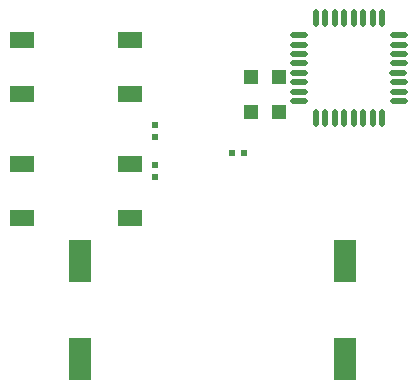
<source format=gtp>
G04*
G04 #@! TF.GenerationSoftware,Altium Limited,Altium Designer,20.0.13 (296)*
G04*
G04 Layer_Color=8421504*
%FSLAX24Y24*%
%MOIN*%
G70*
G01*
G75*
%ADD10R,0.0750X0.1420*%
%ADD11R,0.0236X0.0236*%
%ADD12R,0.0827X0.0551*%
%ADD13R,0.0236X0.0236*%
%ADD14R,0.0472X0.0472*%
%ADD15O,0.0591X0.0217*%
%ADD16O,0.0217X0.0591*%
D10*
X31535Y11790D02*
D03*
Y15060D02*
D03*
X40394Y11790D02*
D03*
Y15060D02*
D03*
D11*
X34055Y19606D02*
D03*
Y19213D02*
D03*
Y17874D02*
D03*
Y18268D02*
D03*
D12*
X29626Y22421D02*
D03*
X33209D02*
D03*
X29626Y20650D02*
D03*
X33209D02*
D03*
Y16516D02*
D03*
X29626D02*
D03*
X33209Y18287D02*
D03*
X29626D02*
D03*
D13*
X37008Y18661D02*
D03*
X36614D02*
D03*
D14*
X37244Y21220D02*
D03*
Y20039D02*
D03*
X38189D02*
D03*
Y21220D02*
D03*
D15*
X38839Y22598D02*
D03*
Y22283D02*
D03*
Y21969D02*
D03*
Y21654D02*
D03*
Y21339D02*
D03*
Y21024D02*
D03*
Y20709D02*
D03*
Y20394D02*
D03*
X42185D02*
D03*
Y20709D02*
D03*
Y21024D02*
D03*
X42162Y21346D02*
D03*
X42185Y21654D02*
D03*
Y21969D02*
D03*
Y22283D02*
D03*
Y22598D02*
D03*
D16*
X39409Y19823D02*
D03*
X39724D02*
D03*
X40039D02*
D03*
X40354D02*
D03*
X40669D02*
D03*
X40984D02*
D03*
X41299D02*
D03*
X41614D02*
D03*
Y23169D02*
D03*
X41299D02*
D03*
X40984D02*
D03*
X40669D02*
D03*
X40354D02*
D03*
X40039D02*
D03*
X39724D02*
D03*
X39409D02*
D03*
M02*

</source>
